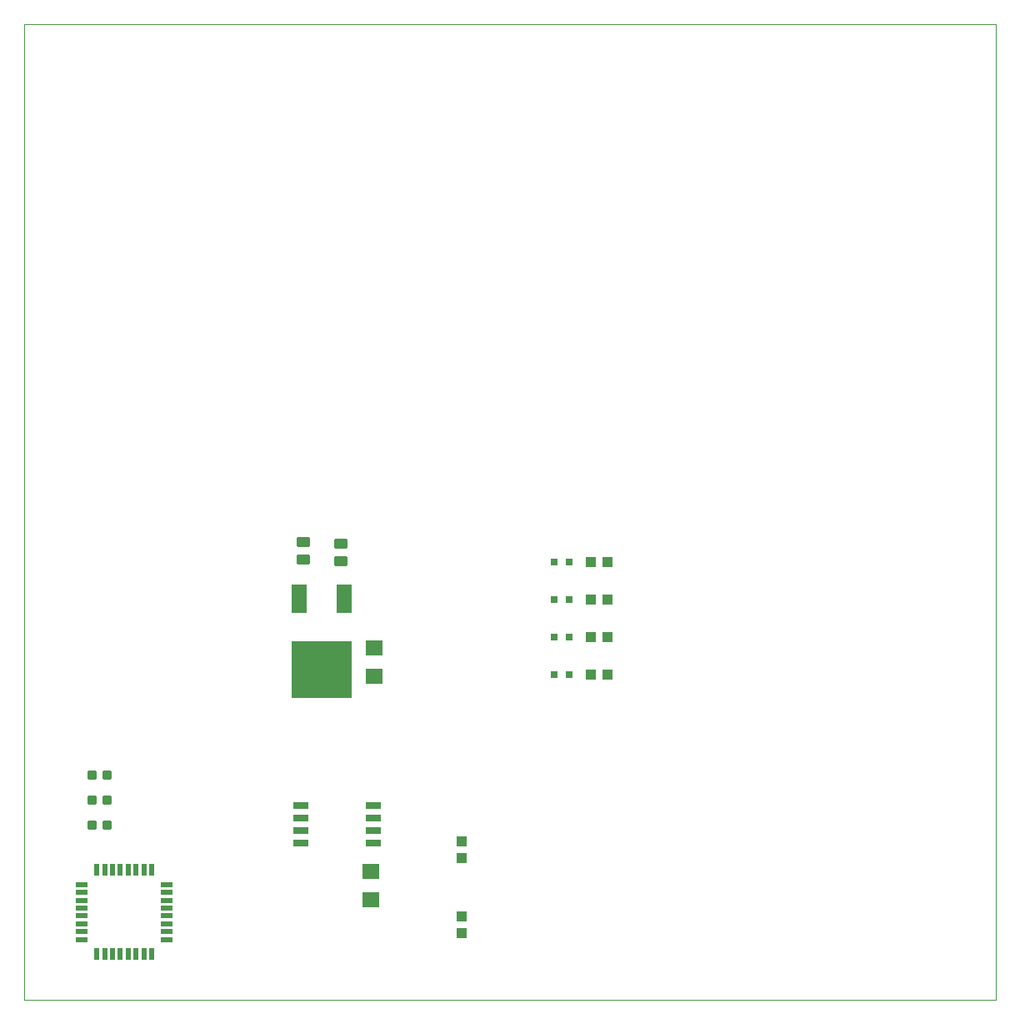
<source format=gtp>
G75*
%MOIN*%
%OFA0B0*%
%FSLAX24Y24*%
%IPPOS*%
%LPD*%
%AMOC8*
5,1,8,0,0,1.08239X$1,22.5*
%
%ADD10C,0.0000*%
%ADD11R,0.0500X0.0220*%
%ADD12R,0.0220X0.0500*%
%ADD13C,0.0100*%
%ADD14R,0.0630X0.0250*%
%ADD15R,0.0433X0.0394*%
%ADD16R,0.0315X0.0315*%
%ADD17R,0.0394X0.0433*%
%ADD18C,0.0088*%
%ADD19R,0.0630X0.1181*%
%ADD20R,0.2441X0.2283*%
%ADD21R,0.0710X0.0630*%
D10*
X000535Y000450D02*
X000535Y039446D01*
X039405Y039446D01*
X039405Y000450D01*
X000535Y000450D01*
D11*
X002845Y002848D03*
X002845Y003163D03*
X002845Y003478D03*
X002845Y003793D03*
X002845Y004107D03*
X002845Y004422D03*
X002845Y004737D03*
X002845Y005052D03*
X006225Y005052D03*
X006225Y004737D03*
X006225Y004422D03*
X006225Y004107D03*
X006225Y003793D03*
X006225Y003478D03*
X006225Y003163D03*
X006225Y002848D03*
D12*
X005637Y002260D03*
X005322Y002260D03*
X005008Y002260D03*
X004693Y002260D03*
X004378Y002260D03*
X004063Y002260D03*
X003748Y002260D03*
X003433Y002260D03*
X003433Y005640D03*
X003748Y005640D03*
X004063Y005640D03*
X004378Y005640D03*
X004693Y005640D03*
X005008Y005640D03*
X005322Y005640D03*
X005637Y005640D03*
D13*
X011910Y017900D02*
X011910Y018200D01*
X011910Y017900D02*
X011460Y017900D01*
X011460Y018200D01*
X011910Y018200D01*
X011910Y017999D02*
X011460Y017999D01*
X011460Y018098D02*
X011910Y018098D01*
X011910Y018197D02*
X011460Y018197D01*
X011910Y018600D02*
X011910Y018900D01*
X011910Y018600D02*
X011460Y018600D01*
X011460Y018900D01*
X011910Y018900D01*
X011910Y018699D02*
X011460Y018699D01*
X011460Y018798D02*
X011910Y018798D01*
X011910Y018897D02*
X011460Y018897D01*
X012960Y018850D02*
X012960Y018550D01*
X012960Y018850D02*
X013410Y018850D01*
X013410Y018550D01*
X012960Y018550D01*
X012960Y018649D02*
X013410Y018649D01*
X013410Y018748D02*
X012960Y018748D01*
X012960Y018847D02*
X013410Y018847D01*
X012960Y018150D02*
X012960Y017850D01*
X012960Y018150D02*
X013410Y018150D01*
X013410Y017850D01*
X012960Y017850D01*
X012960Y017949D02*
X013410Y017949D01*
X013410Y018048D02*
X012960Y018048D01*
X012960Y018147D02*
X013410Y018147D01*
D14*
X014485Y008200D03*
X014485Y007700D03*
X014485Y007200D03*
X014485Y006700D03*
X011585Y006700D03*
X011585Y007200D03*
X011585Y007700D03*
X011585Y008200D03*
D15*
X018035Y006785D03*
X018035Y006115D03*
X018035Y003785D03*
X018035Y003115D03*
D16*
X021740Y013450D03*
X022330Y013450D03*
X022330Y014950D03*
X021740Y014950D03*
X021740Y016450D03*
X022330Y016450D03*
X022330Y017950D03*
X021740Y017950D03*
D17*
X023200Y017950D03*
X023870Y017950D03*
X023870Y016450D03*
X023200Y016450D03*
X023200Y014950D03*
X023870Y014950D03*
X023870Y013450D03*
X023200Y013450D03*
D18*
X003966Y009319D02*
X003704Y009319D01*
X003704Y009581D01*
X003966Y009581D01*
X003966Y009319D01*
X003966Y009406D02*
X003704Y009406D01*
X003704Y009493D02*
X003966Y009493D01*
X003966Y009580D02*
X003704Y009580D01*
X003366Y009319D02*
X003104Y009319D01*
X003104Y009581D01*
X003366Y009581D01*
X003366Y009319D01*
X003366Y009406D02*
X003104Y009406D01*
X003104Y009493D02*
X003366Y009493D01*
X003366Y009580D02*
X003104Y009580D01*
X003104Y008581D02*
X003366Y008581D01*
X003366Y008319D01*
X003104Y008319D01*
X003104Y008581D01*
X003104Y008406D02*
X003366Y008406D01*
X003366Y008493D02*
X003104Y008493D01*
X003104Y008580D02*
X003366Y008580D01*
X003704Y008581D02*
X003966Y008581D01*
X003966Y008319D01*
X003704Y008319D01*
X003704Y008581D01*
X003704Y008406D02*
X003966Y008406D01*
X003966Y008493D02*
X003704Y008493D01*
X003704Y008580D02*
X003966Y008580D01*
X003966Y007319D02*
X003704Y007319D01*
X003704Y007581D01*
X003966Y007581D01*
X003966Y007319D01*
X003966Y007406D02*
X003704Y007406D01*
X003704Y007493D02*
X003966Y007493D01*
X003966Y007580D02*
X003704Y007580D01*
X003366Y007319D02*
X003104Y007319D01*
X003104Y007581D01*
X003366Y007581D01*
X003366Y007319D01*
X003366Y007406D02*
X003104Y007406D01*
X003104Y007493D02*
X003366Y007493D01*
X003366Y007580D02*
X003104Y007580D01*
D19*
X011535Y016477D03*
X013335Y016477D03*
D20*
X012435Y013650D03*
D21*
X014535Y013390D03*
X014535Y014510D03*
X014385Y005560D03*
X014385Y004440D03*
M02*

</source>
